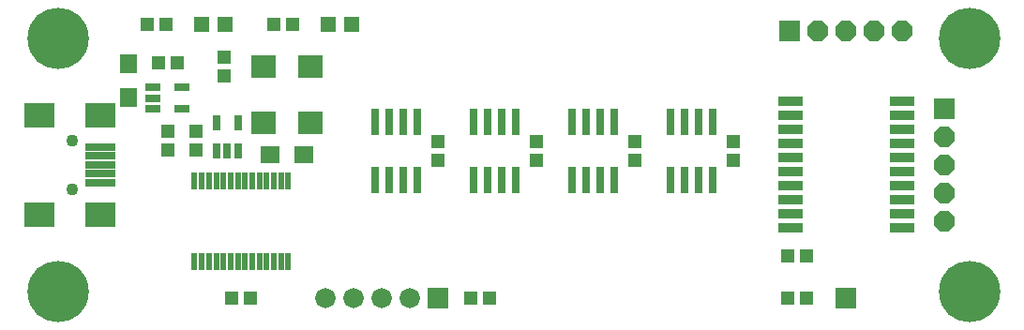
<source format=gts>
G75*
G70*
%OFA0B0*%
%FSLAX24Y24*%
%IPPOS*%
%LPD*%
%AMOC8*
5,1,8,0,0,1.08239X$1,22.5*
%
%ADD10R,0.0316X0.0946*%
%ADD11R,0.0720X0.0720*%
%ADD12OC8,0.0720*%
%ADD13R,0.0474X0.0513*%
%ADD14R,0.1064X0.0277*%
%ADD15R,0.1064X0.0867*%
%ADD16C,0.0434*%
%ADD17R,0.0552X0.0297*%
%ADD18R,0.0631X0.0710*%
%ADD19R,0.0513X0.0474*%
%ADD20R,0.0217X0.0630*%
%ADD21R,0.0710X0.0631*%
%ADD22R,0.0867X0.0789*%
%ADD23R,0.0297X0.0552*%
%ADD24C,0.2180*%
%ADD25C,0.0720*%
%ADD26R,0.0552X0.0552*%
%ADD27R,0.0880X0.0340*%
D10*
X013224Y011923D03*
X013724Y011923D03*
X014224Y011923D03*
X014724Y011923D03*
X016724Y011923D03*
X017224Y011923D03*
X017724Y011923D03*
X018224Y011923D03*
X020224Y011923D03*
X020724Y011923D03*
X021224Y011923D03*
X021724Y011923D03*
X023724Y011923D03*
X024224Y011923D03*
X024724Y011923D03*
X025224Y011923D03*
X025224Y013971D03*
X024724Y013971D03*
X024224Y013971D03*
X023724Y013971D03*
X021724Y013971D03*
X021224Y013971D03*
X020724Y013971D03*
X020224Y013971D03*
X018224Y013971D03*
X017724Y013971D03*
X017224Y013971D03*
X016724Y013971D03*
X014724Y013971D03*
X014224Y013971D03*
X013724Y013971D03*
X013224Y013971D03*
D11*
X015474Y007697D03*
X029974Y007697D03*
X033474Y014447D03*
X027974Y017197D03*
D12*
X028974Y017197D03*
X029974Y017197D03*
X030974Y017197D03*
X031974Y017197D03*
X033474Y013447D03*
X033474Y012447D03*
X033474Y011447D03*
X033474Y010447D03*
D13*
X028558Y007697D03*
X027889Y007697D03*
X025974Y012612D03*
X025974Y013282D03*
X022474Y013282D03*
X022474Y012612D03*
X018974Y012612D03*
X018974Y013282D03*
X015474Y013282D03*
X015474Y012612D03*
X007849Y015612D03*
X007849Y016282D03*
X009639Y017447D03*
X010308Y017447D03*
X005808Y017447D03*
X005139Y017447D03*
X005849Y013657D03*
X005849Y012987D03*
X016639Y007697D03*
X017308Y007697D03*
D14*
X003458Y011817D03*
X003458Y012132D03*
X003458Y012447D03*
X003458Y012762D03*
X003458Y013077D03*
D15*
X003458Y014219D03*
X001293Y014219D03*
X001293Y010675D03*
X003458Y010675D03*
D16*
X002474Y011581D03*
X002474Y013313D03*
D17*
X005337Y014448D03*
X005337Y014822D03*
X005337Y015196D03*
X006361Y015196D03*
X006361Y014448D03*
D18*
X004474Y014856D03*
X004474Y016037D03*
D19*
X008139Y007697D03*
X008808Y007697D03*
X006849Y012987D03*
X006849Y013657D03*
X006183Y016072D03*
X005514Y016072D03*
X027889Y009197D03*
X028558Y009197D03*
D20*
X010137Y009008D03*
X009881Y009008D03*
X009625Y009008D03*
X009369Y009008D03*
X009113Y009008D03*
X008858Y009008D03*
X008602Y009008D03*
X008346Y009008D03*
X008090Y009008D03*
X007834Y009008D03*
X007578Y009008D03*
X007322Y009008D03*
X007066Y009008D03*
X006810Y009008D03*
X006810Y011886D03*
X007066Y011886D03*
X007322Y011886D03*
X007578Y011886D03*
X007834Y011886D03*
X008090Y011886D03*
X008346Y011886D03*
X008602Y011886D03*
X008858Y011886D03*
X009113Y011886D03*
X009369Y011886D03*
X009625Y011886D03*
X009881Y011886D03*
X010137Y011886D03*
D21*
X010689Y012822D03*
X009508Y012822D03*
D22*
X009272Y013947D03*
X010925Y013947D03*
X010925Y015947D03*
X009272Y015947D03*
D23*
X008348Y013959D03*
X007600Y013959D03*
X007600Y012935D03*
X007974Y012935D03*
X008348Y012935D03*
D24*
X001974Y016947D03*
X001974Y007947D03*
X034349Y007947D03*
X034349Y016947D03*
D25*
X014474Y007697D03*
X013474Y007697D03*
X012474Y007697D03*
X011474Y007697D03*
D26*
X011560Y017447D03*
X012387Y017447D03*
X007887Y017447D03*
X007060Y017447D03*
D27*
X027994Y014697D03*
X027994Y014197D03*
X027994Y013697D03*
X027994Y013197D03*
X027994Y012697D03*
X027994Y012197D03*
X027994Y011697D03*
X027994Y011197D03*
X027994Y010697D03*
X027994Y010197D03*
X031954Y010197D03*
X031954Y010697D03*
X031954Y011197D03*
X031954Y011697D03*
X031954Y012197D03*
X031954Y012697D03*
X031954Y013197D03*
X031954Y013697D03*
X031954Y014197D03*
X031954Y014697D03*
M02*

</source>
